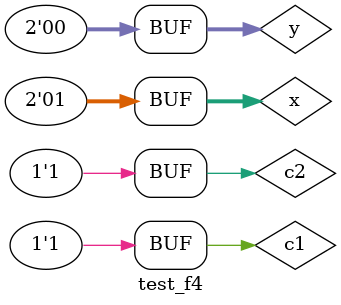
<source format=v>
 

    module sel (output [1:0]saida, input [1:0]entrada1, input [1:0]entrada2, input chave); 

		wire [3:0]s1; 
		wire saida_not;

	   not NOT1(saida_not, chave); 
	 
	   and AND1(s1[0], entrada1[0], chave);
      and AND2(s1[1], entrada1[1], chave);
    
	   and AND3(s1[2], entrada2[0], saida_not);
      and AND4(s1[3], entrada2[1], saida_not);
     	 
	   or OR1(saida[0], s1[0], s1[2]);
      or OR2(saida[1], s1[1], s1[3]);
   
	 endmodule // sel 

    module f4 (output [1:0]saida, input [1:0]entrada1, input [1:0]entrada2, input c1, input c2);
					
		 wire [1:0]saida_xor; 
	    wire [1:0]saida_or;
       wire [1:0]saida_xnor; 
		 wire [1:0]saida_nor;
		 wire [1:0]s1;
		 wire [1:0]s2; 

	   xor XOR1(saida_xor[0], entrada1[0], entrada2[0]);
      xor XOR2(saida_xor[1], entrada1[1], entrada2[1]);
   
	   or OR1(saida_or[0], entrada1[0], entrada2[0]);
      or OR2(saida_or[1], entrada1[1], entrada2[1]);
   	 
	   xnor XNOR1(saida_xnor[0], entrada1[0], entrada2[0]);
      xnor XNOR2(saida_xnor[1], entrada1[1], entrada2[1]);
   
	   nor NOR1(saida_nor[0], entrada1[0], entrada2[0]);
      nor NOR2(saida_nor[1], entrada1[1], entrada2[1]);
	  
	   sel SEL1 (s1, saida_xor, saida_or, c1);
	   sel SEL2 (s2, saida_xnor, saida_nor, c1);
	   sel SEL3 (saida, s2, s1, c2);
	 
    endmodule //f4

// ------------------------- 
// -- test f4
// -------------------------
    
	  module test_f4; 

// ------------------------- definir dados 
    
	 reg  [1:0] x;
	 reg  [1:0] y;
	 reg  c1;
	 reg  c2;
	 wire [1:0] s;
	 
// ------------------------- instancia 
	 
     f4 modulo (s, x, y, c1, c2);
	  
// ------------------------- parte principal 
    
	 initial begin

      $display("Exemplo0034 - Michelle da Costa Silva");
      $display("Test LU's module");
      $display("Legenda da chave: 00-OR; 01-NOR; 10-XOR; 11-XNOR\n");
		
       #1 x = 2'b01; y = 2'b10; c1 = 0; c2 = 0;
		$monitor("Chave = %2b%2b \t x = %2b\t y = %2b\t Resultado = %2b", c1, c2, x, y, s);
		 #1 x = 2'b01; y = 2'b10; c1 = 0; c2 = 1; 
		 #1 x = 2'b01; y = 2'b10; c1 = 1; c2 = 0;
		 #1 x = 2'b01; y = 2'b10; c1 = 1; c2 = 1;
		
		 #1 x = 2'b11; y = 2'b00; c1 = 0; c2 = 0;
		 #1 x = 2'b11; y = 2'b00; c1 = 0; c2 = 1; 
		 #1 x = 2'b11; y = 2'b00; c1 = 1; c2 = 0;
		 #1 x = 2'b11; y = 2'b00; c1 = 1; c2 = 1;
		
		 #1 x = 2'b10; y = 2'b10; c1 = 0; c2 = 0;
		 #1 x = 2'b10; y = 2'b10; c1 = 0; c2 = 1; 
		 #1 x = 2'b10; y = 2'b10; c1 = 1; c2 = 0;
		 #1 x = 2'b10; y = 2'b10; c1 = 1; c2 = 1;
		 
		 #1 x = 2'b01; y = 2'b00; c1 = 0; c2 = 0;
		 #1 x = 2'b01; y = 2'b00; c1 = 0; c2 = 1; 
		 #1 x = 2'b01; y = 2'b00; c1 = 1; c2 = 0;
		 #1 x = 2'b01; y = 2'b00; c1 = 1; c2 = 1;

				
		end
endmodule // test_f4
</source>
